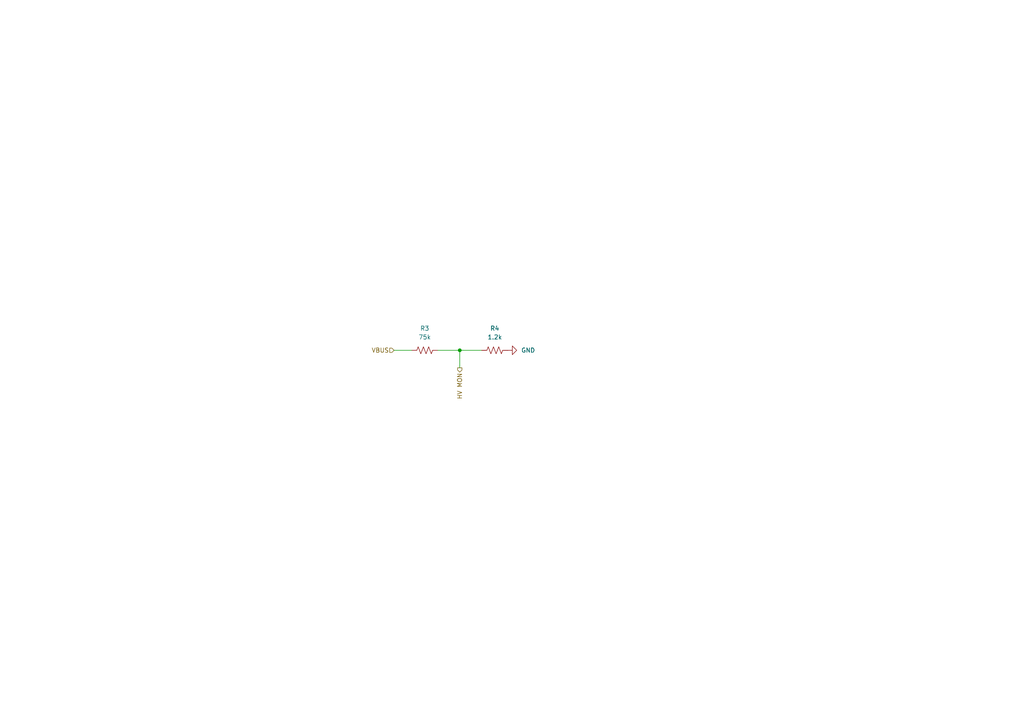
<source format=kicad_sch>
(kicad_sch (version 20231120) (generator "eeschema") (generator_version "8.0")
  (paper "A4")
  (lib_symbols
    (symbol "Device:R_US" (pin_numbers hide) (pin_names (offset 0))
      (property "Reference" "R" (at 2.54 0 90))
      (property "Value" "R_US" (at -2.54 0 90))
      (symbol "R_US_0_1"
        (polyline (pts (xy 0 -2.286) (xy 0 -2.54)))
        (polyline (pts (xy 0 2.286) (xy 0 2.54)))
        (polyline (pts (xy 0 -0.762) (xy 1.016 -1.143) (xy 0 -1.524) (xy -1.016 -1.905) (xy 0 -2.286)))
        (polyline (pts (xy 0 0.762) (xy 1.016 0.381) (xy 0 0) (xy -1.016 -0.381) (xy 0 -0.762)))
        (polyline (pts (xy 0 2.286) (xy 1.016 1.905) (xy 0 1.524) (xy -1.016 1.143) (xy 0 0.762)))
      )
      (symbol "R_US_1_1"
        (pin passive line (at 0 3.81 270) (length 1.27) (name "~") (number "1"))
        (pin passive line (at 0 -3.81 90) (length 1.27) (name "~") (number "2"))
      )
    )
    (symbol "power:GND" (power) (pin_numbers hide) (pin_names (offset 0) hide)
      (property "Value" "GND" (at 0 -3.81 0))
      (symbol "GND_0_1"
        (polyline (pts (xy 0 0) (xy 0 -1.27) (xy 1.27 -1.27) (xy 0 -2.54) (xy -1.27 -1.27) (xy 0 -1.27)))
      )
      (symbol "GND_1_1"
        (pin power_in line (at 0 0 270) (length 0) (name "~") (number "1"))
      )
    )
  )
  (junction (at 133.35 101.6))
  (wire (pts (xy 114.3 101.6) (xy 119.38 101.6)))
  (wire (pts (xy 133.35 101.6) (xy 133.35 106.68)))
  (wire (pts (xy 133.35 101.6) (xy 139.7 101.6)))
  (wire (pts (xy 127 101.6) (xy 133.35 101.6)))
  (hierarchical_label "HV MON" (shape output) (at 133.35 106.68 270))
  (hierarchical_label "VBUS" (shape input) (at 114.3 101.6 180))
  (symbol (lib_id "Device:R_US") (at 123.19 101.6 90) (unit 1)
    (property "Reference" "R3" (at 123.19 95.25 90))
    (property "Value" "75k" (at 123.19 97.79 90))
    (property "Footprint" "Resistor_SMD:R_1206_3216Metric" (effects (hide yes)))
    (property "Description" "Resistor, US symbol" (effects (hide yes)))
  )
  (symbol (lib_id "power:GND") (at 147.32 101.6 90) (unit 1)
    (property "Reference" "#PWR09" (effects (hide yes)))
    (property "Value" "GND" (at 151.13 101.5999 90) (effects (justify right)))
    (property "Description" "Power symbol creates a global label with name \"GND\" , ground" (effects (hide yes)))
  )
  (symbol (lib_id "Device:R_US") (at 143.51 101.6 90) (unit 1)
    (property "Reference" "R4" (at 143.51 95.25 90))
    (property "Value" "1.2k" (at 143.51 97.79 90))
    (property "Footprint" "Resistor_SMD:R_1206_3216Metric" (effects (hide yes)))
    (property "Description" "Resistor, US symbol" (effects (hide yes)))
  )
)
</source>
